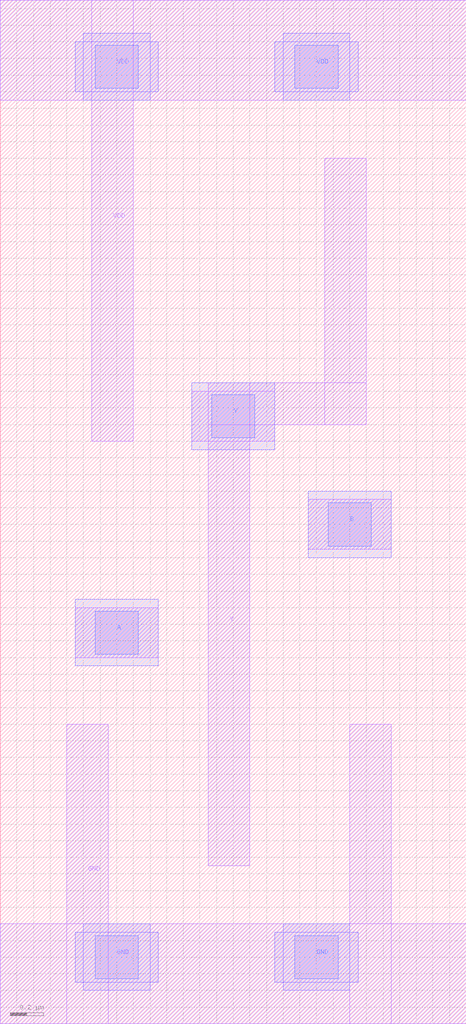
<source format=lef>
# Copyright 2022 Google LLC
# Licensed under the Apache License, Version 2.0 (the "License");
# you may not use this file except in compliance with the License.
# You may obtain a copy of the License at
#
#      http://www.apache.org/licenses/LICENSE-2.0
#
# Unless required by applicable law or agreed to in writing, software
# distributed under the License is distributed on an "AS IS" BASIS,
# WITHOUT WARRANTIES OR CONDITIONS OF ANY KIND, either express or implied.
# See the License for the specific language governing permissions and
# limitations under the License.
VERSION 5.7 ;
BUSBITCHARS "[]" ;
DIVIDERCHAR "/" ;

MACRO gf180mcu_osu_sc_9T_nor2_1
  CLASS CORE ;
  ORIGIN 0 0 ;
  FOREIGN gf180mcu_osu_sc_9T_nor2_1 0 0 ;
  SIZE 2.8 BY 6.15 ;
  SYMMETRY X Y ;
  SITE 9T ;
  PIN A
    DIRECTION INPUT ;
    USE SIGNAL ;
    PORT
      LAYER MET1 ;
        RECT 0.45 2.2 0.95 2.5 ;
      LAYER MET2 ;
        RECT 0.45 2.15 0.95 2.55 ;
      LAYER VIA12 ;
        RECT 0.57 2.22 0.83 2.48 ;
    END
  END A
  PIN B
    DIRECTION INPUT ;
    USE SIGNAL ;
    PORT
      LAYER MET1 ;
        RECT 1.85 2.85 2.35 3.15 ;
      LAYER MET2 ;
        RECT 1.85 2.8 2.35 3.2 ;
      LAYER VIA12 ;
        RECT 1.97 2.87 2.23 3.13 ;
    END
  END B
  PIN GND
    DIRECTION INPUT ;
    USE SIGNAL ;
    PORT
      LAYER MET1 ;
        RECT 0 0 2.8 0.6 ;
        RECT 2.1 0 2.35 1.8 ;
        RECT 0.4 0 0.65 1.8 ;
      LAYER MET2 ;
        RECT 1.65 0.25 2.15 0.55 ;
        RECT 1.7 0.2 2.1 0.6 ;
        RECT 0.45 0.25 0.95 0.55 ;
        RECT 0.5 0.2 0.9 0.6 ;
      LAYER VIA12 ;
        RECT 0.57 0.27 0.83 0.53 ;
        RECT 1.77 0.27 2.03 0.53 ;
    END
  END GND
  PIN VDD
    DIRECTION INOUT ;
    USE POWER ;
    SHAPE ABUTMENT ;
    PORT
      LAYER MET1 ;
        RECT 0 5.55 2.8 6.15 ;
        RECT 0.55 3.5 0.8 6.15 ;
      LAYER MET2 ;
        RECT 1.65 5.6 2.15 5.9 ;
        RECT 1.7 5.55 2.1 5.95 ;
        RECT 0.45 5.6 0.95 5.9 ;
        RECT 0.5 5.55 0.9 5.95 ;
      LAYER VIA12 ;
        RECT 0.57 5.62 0.83 5.88 ;
        RECT 1.77 5.62 2.03 5.88 ;
    END
  END VDD
  PIN Y
    DIRECTION OUTPUT ;
    USE SIGNAL ;
    PORT
      LAYER MET1 ;
        RECT 1.95 3.6 2.2 5.2 ;
        RECT 1.25 3.6 2.2 3.85 ;
        RECT 1.15 3.5 1.65 3.8 ;
        RECT 1.25 0.95 1.5 3.85 ;
      LAYER MET2 ;
        RECT 1.15 3.45 1.65 3.85 ;
      LAYER VIA12 ;
        RECT 1.27 3.52 1.53 3.78 ;
    END
  END Y
END gf180mcu_osu_sc_9T_nor2_1

</source>
